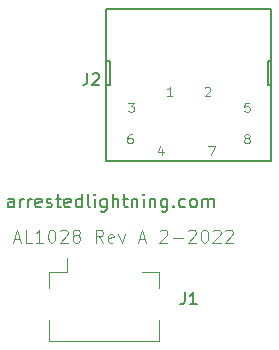
<source format=gto>
%TF.GenerationSoftware,KiCad,Pcbnew,5.1.12-84ad8e8a86~92~ubuntu20.04.1*%
%TF.CreationDate,2022-03-01T23:05:29-06:00*%
%TF.ProjectId,portboard_dt,706f7274-626f-4617-9264-5f64742e6b69,rev?*%
%TF.SameCoordinates,Original*%
%TF.FileFunction,Legend,Top*%
%TF.FilePolarity,Positive*%
%FSLAX46Y46*%
G04 Gerber Fmt 4.6, Leading zero omitted, Abs format (unit mm)*
G04 Created by KiCad (PCBNEW 5.1.12-84ad8e8a86~92~ubuntu20.04.1) date 2022-03-01 23:05:29*
%MOMM*%
%LPD*%
G01*
G04 APERTURE LIST*
%ADD10C,0.150000*%
%ADD11C,0.125000*%
%ADD12C,0.127000*%
%ADD13C,0.120000*%
%ADD14C,0.065024*%
G04 APERTURE END LIST*
D10*
X136676190Y-84697619D02*
X136676190Y-84121428D01*
X136623809Y-84016666D01*
X136519047Y-83964285D01*
X136309523Y-83964285D01*
X136204761Y-84016666D01*
X136676190Y-84645238D02*
X136571428Y-84697619D01*
X136309523Y-84697619D01*
X136204761Y-84645238D01*
X136152380Y-84540476D01*
X136152380Y-84435714D01*
X136204761Y-84330952D01*
X136309523Y-84278571D01*
X136571428Y-84278571D01*
X136676190Y-84226190D01*
X137200000Y-84697619D02*
X137200000Y-83964285D01*
X137200000Y-84173809D02*
X137252380Y-84069047D01*
X137304761Y-84016666D01*
X137409523Y-83964285D01*
X137514285Y-83964285D01*
X137880952Y-84697619D02*
X137880952Y-83964285D01*
X137880952Y-84173809D02*
X137933333Y-84069047D01*
X137985714Y-84016666D01*
X138090476Y-83964285D01*
X138195238Y-83964285D01*
X138980952Y-84645238D02*
X138876190Y-84697619D01*
X138666666Y-84697619D01*
X138561904Y-84645238D01*
X138509523Y-84540476D01*
X138509523Y-84121428D01*
X138561904Y-84016666D01*
X138666666Y-83964285D01*
X138876190Y-83964285D01*
X138980952Y-84016666D01*
X139033333Y-84121428D01*
X139033333Y-84226190D01*
X138509523Y-84330952D01*
X139452380Y-84645238D02*
X139557142Y-84697619D01*
X139766666Y-84697619D01*
X139871428Y-84645238D01*
X139923809Y-84540476D01*
X139923809Y-84488095D01*
X139871428Y-84383333D01*
X139766666Y-84330952D01*
X139609523Y-84330952D01*
X139504761Y-84278571D01*
X139452380Y-84173809D01*
X139452380Y-84121428D01*
X139504761Y-84016666D01*
X139609523Y-83964285D01*
X139766666Y-83964285D01*
X139871428Y-84016666D01*
X140238095Y-83964285D02*
X140657142Y-83964285D01*
X140395238Y-83597619D02*
X140395238Y-84540476D01*
X140447619Y-84645238D01*
X140552380Y-84697619D01*
X140657142Y-84697619D01*
X141442857Y-84645238D02*
X141338095Y-84697619D01*
X141128571Y-84697619D01*
X141023809Y-84645238D01*
X140971428Y-84540476D01*
X140971428Y-84121428D01*
X141023809Y-84016666D01*
X141128571Y-83964285D01*
X141338095Y-83964285D01*
X141442857Y-84016666D01*
X141495238Y-84121428D01*
X141495238Y-84226190D01*
X140971428Y-84330952D01*
X142438095Y-84697619D02*
X142438095Y-83597619D01*
X142438095Y-84645238D02*
X142333333Y-84697619D01*
X142123809Y-84697619D01*
X142019047Y-84645238D01*
X141966666Y-84592857D01*
X141914285Y-84488095D01*
X141914285Y-84173809D01*
X141966666Y-84069047D01*
X142019047Y-84016666D01*
X142123809Y-83964285D01*
X142333333Y-83964285D01*
X142438095Y-84016666D01*
X143119047Y-84697619D02*
X143014285Y-84645238D01*
X142961904Y-84540476D01*
X142961904Y-83597619D01*
X143538095Y-84697619D02*
X143538095Y-83964285D01*
X143538095Y-83597619D02*
X143485714Y-83650000D01*
X143538095Y-83702380D01*
X143590476Y-83650000D01*
X143538095Y-83597619D01*
X143538095Y-83702380D01*
X144533333Y-83964285D02*
X144533333Y-84854761D01*
X144480952Y-84959523D01*
X144428571Y-85011904D01*
X144323809Y-85064285D01*
X144166666Y-85064285D01*
X144061904Y-85011904D01*
X144533333Y-84645238D02*
X144428571Y-84697619D01*
X144219047Y-84697619D01*
X144114285Y-84645238D01*
X144061904Y-84592857D01*
X144009523Y-84488095D01*
X144009523Y-84173809D01*
X144061904Y-84069047D01*
X144114285Y-84016666D01*
X144219047Y-83964285D01*
X144428571Y-83964285D01*
X144533333Y-84016666D01*
X145057142Y-84697619D02*
X145057142Y-83597619D01*
X145528571Y-84697619D02*
X145528571Y-84121428D01*
X145476190Y-84016666D01*
X145371428Y-83964285D01*
X145214285Y-83964285D01*
X145109523Y-84016666D01*
X145057142Y-84069047D01*
X145895238Y-83964285D02*
X146314285Y-83964285D01*
X146052380Y-83597619D02*
X146052380Y-84540476D01*
X146104761Y-84645238D01*
X146209523Y-84697619D01*
X146314285Y-84697619D01*
X146680952Y-83964285D02*
X146680952Y-84697619D01*
X146680952Y-84069047D02*
X146733333Y-84016666D01*
X146838095Y-83964285D01*
X146995238Y-83964285D01*
X147100000Y-84016666D01*
X147152380Y-84121428D01*
X147152380Y-84697619D01*
X147676190Y-84697619D02*
X147676190Y-83964285D01*
X147676190Y-83597619D02*
X147623809Y-83650000D01*
X147676190Y-83702380D01*
X147728571Y-83650000D01*
X147676190Y-83597619D01*
X147676190Y-83702380D01*
X148200000Y-83964285D02*
X148200000Y-84697619D01*
X148200000Y-84069047D02*
X148252380Y-84016666D01*
X148357142Y-83964285D01*
X148514285Y-83964285D01*
X148619047Y-84016666D01*
X148671428Y-84121428D01*
X148671428Y-84697619D01*
X149666666Y-83964285D02*
X149666666Y-84854761D01*
X149614285Y-84959523D01*
X149561904Y-85011904D01*
X149457142Y-85064285D01*
X149300000Y-85064285D01*
X149195238Y-85011904D01*
X149666666Y-84645238D02*
X149561904Y-84697619D01*
X149352380Y-84697619D01*
X149247619Y-84645238D01*
X149195238Y-84592857D01*
X149142857Y-84488095D01*
X149142857Y-84173809D01*
X149195238Y-84069047D01*
X149247619Y-84016666D01*
X149352380Y-83964285D01*
X149561904Y-83964285D01*
X149666666Y-84016666D01*
X150190476Y-84592857D02*
X150242857Y-84645238D01*
X150190476Y-84697619D01*
X150138095Y-84645238D01*
X150190476Y-84592857D01*
X150190476Y-84697619D01*
X151185714Y-84645238D02*
X151080952Y-84697619D01*
X150871428Y-84697619D01*
X150766666Y-84645238D01*
X150714285Y-84592857D01*
X150661904Y-84488095D01*
X150661904Y-84173809D01*
X150714285Y-84069047D01*
X150766666Y-84016666D01*
X150871428Y-83964285D01*
X151080952Y-83964285D01*
X151185714Y-84016666D01*
X151814285Y-84697619D02*
X151709523Y-84645238D01*
X151657142Y-84592857D01*
X151604761Y-84488095D01*
X151604761Y-84173809D01*
X151657142Y-84069047D01*
X151709523Y-84016666D01*
X151814285Y-83964285D01*
X151971428Y-83964285D01*
X152076190Y-84016666D01*
X152128571Y-84069047D01*
X152180952Y-84173809D01*
X152180952Y-84488095D01*
X152128571Y-84592857D01*
X152076190Y-84645238D01*
X151971428Y-84697619D01*
X151814285Y-84697619D01*
X152652380Y-84697619D02*
X152652380Y-83964285D01*
X152652380Y-84069047D02*
X152704761Y-84016666D01*
X152809523Y-83964285D01*
X152966666Y-83964285D01*
X153071428Y-84016666D01*
X153123809Y-84121428D01*
X153123809Y-84697619D01*
X153123809Y-84121428D02*
X153176190Y-84016666D01*
X153280952Y-83964285D01*
X153438095Y-83964285D01*
X153542857Y-84016666D01*
X153595238Y-84121428D01*
X153595238Y-84697619D01*
D11*
X136690773Y-87383333D02*
X137214583Y-87383333D01*
X136586011Y-87697619D02*
X136952678Y-86597619D01*
X137319345Y-87697619D01*
X138209821Y-87697619D02*
X137686011Y-87697619D01*
X137686011Y-86597619D01*
X139152678Y-87697619D02*
X138524107Y-87697619D01*
X138838392Y-87697619D02*
X138838392Y-86597619D01*
X138733630Y-86754761D01*
X138628869Y-86859523D01*
X138524107Y-86911904D01*
X139833630Y-86597619D02*
X139938392Y-86597619D01*
X140043154Y-86650000D01*
X140095535Y-86702380D01*
X140147916Y-86807142D01*
X140200297Y-87016666D01*
X140200297Y-87278571D01*
X140147916Y-87488095D01*
X140095535Y-87592857D01*
X140043154Y-87645238D01*
X139938392Y-87697619D01*
X139833630Y-87697619D01*
X139728869Y-87645238D01*
X139676488Y-87592857D01*
X139624107Y-87488095D01*
X139571726Y-87278571D01*
X139571726Y-87016666D01*
X139624107Y-86807142D01*
X139676488Y-86702380D01*
X139728869Y-86650000D01*
X139833630Y-86597619D01*
X140619345Y-86702380D02*
X140671726Y-86650000D01*
X140776488Y-86597619D01*
X141038392Y-86597619D01*
X141143154Y-86650000D01*
X141195535Y-86702380D01*
X141247916Y-86807142D01*
X141247916Y-86911904D01*
X141195535Y-87069047D01*
X140566964Y-87697619D01*
X141247916Y-87697619D01*
X141876488Y-87069047D02*
X141771726Y-87016666D01*
X141719345Y-86964285D01*
X141666964Y-86859523D01*
X141666964Y-86807142D01*
X141719345Y-86702380D01*
X141771726Y-86650000D01*
X141876488Y-86597619D01*
X142086011Y-86597619D01*
X142190773Y-86650000D01*
X142243154Y-86702380D01*
X142295535Y-86807142D01*
X142295535Y-86859523D01*
X142243154Y-86964285D01*
X142190773Y-87016666D01*
X142086011Y-87069047D01*
X141876488Y-87069047D01*
X141771726Y-87121428D01*
X141719345Y-87173809D01*
X141666964Y-87278571D01*
X141666964Y-87488095D01*
X141719345Y-87592857D01*
X141771726Y-87645238D01*
X141876488Y-87697619D01*
X142086011Y-87697619D01*
X142190773Y-87645238D01*
X142243154Y-87592857D01*
X142295535Y-87488095D01*
X142295535Y-87278571D01*
X142243154Y-87173809D01*
X142190773Y-87121428D01*
X142086011Y-87069047D01*
X144233630Y-87697619D02*
X143866964Y-87173809D01*
X143605059Y-87697619D02*
X143605059Y-86597619D01*
X144024107Y-86597619D01*
X144128869Y-86650000D01*
X144181250Y-86702380D01*
X144233630Y-86807142D01*
X144233630Y-86964285D01*
X144181250Y-87069047D01*
X144128869Y-87121428D01*
X144024107Y-87173809D01*
X143605059Y-87173809D01*
X145124107Y-87645238D02*
X145019345Y-87697619D01*
X144809821Y-87697619D01*
X144705059Y-87645238D01*
X144652678Y-87540476D01*
X144652678Y-87121428D01*
X144705059Y-87016666D01*
X144809821Y-86964285D01*
X145019345Y-86964285D01*
X145124107Y-87016666D01*
X145176488Y-87121428D01*
X145176488Y-87226190D01*
X144652678Y-87330952D01*
X145543154Y-86964285D02*
X145805059Y-87697619D01*
X146066964Y-86964285D01*
X147271726Y-87383333D02*
X147795535Y-87383333D01*
X147166964Y-87697619D02*
X147533630Y-86597619D01*
X147900297Y-87697619D01*
X149052678Y-86702380D02*
X149105059Y-86650000D01*
X149209821Y-86597619D01*
X149471726Y-86597619D01*
X149576488Y-86650000D01*
X149628869Y-86702380D01*
X149681250Y-86807142D01*
X149681250Y-86911904D01*
X149628869Y-87069047D01*
X149000297Y-87697619D01*
X149681250Y-87697619D01*
X150152678Y-87278571D02*
X150990773Y-87278571D01*
X151462202Y-86702380D02*
X151514583Y-86650000D01*
X151619345Y-86597619D01*
X151881250Y-86597619D01*
X151986011Y-86650000D01*
X152038392Y-86702380D01*
X152090773Y-86807142D01*
X152090773Y-86911904D01*
X152038392Y-87069047D01*
X151409821Y-87697619D01*
X152090773Y-87697619D01*
X152771726Y-86597619D02*
X152876488Y-86597619D01*
X152981250Y-86650000D01*
X153033630Y-86702380D01*
X153086011Y-86807142D01*
X153138392Y-87016666D01*
X153138392Y-87278571D01*
X153086011Y-87488095D01*
X153033630Y-87592857D01*
X152981250Y-87645238D01*
X152876488Y-87697619D01*
X152771726Y-87697619D01*
X152666964Y-87645238D01*
X152614583Y-87592857D01*
X152562202Y-87488095D01*
X152509821Y-87278571D01*
X152509821Y-87016666D01*
X152562202Y-86807142D01*
X152614583Y-86702380D01*
X152666964Y-86650000D01*
X152771726Y-86597619D01*
X153557440Y-86702380D02*
X153609821Y-86650000D01*
X153714583Y-86597619D01*
X153976488Y-86597619D01*
X154081250Y-86650000D01*
X154133630Y-86702380D01*
X154186011Y-86807142D01*
X154186011Y-86911904D01*
X154133630Y-87069047D01*
X153505059Y-87697619D01*
X154186011Y-87697619D01*
X154605059Y-86702380D02*
X154657440Y-86650000D01*
X154762202Y-86597619D01*
X155024107Y-86597619D01*
X155128869Y-86650000D01*
X155181250Y-86702380D01*
X155233630Y-86807142D01*
X155233630Y-86911904D01*
X155181250Y-87069047D01*
X154552678Y-87697619D01*
X155233630Y-87697619D01*
D12*
%TO.C,J2*%
X144800028Y-74349909D02*
X144550028Y-74349909D01*
X144800028Y-72349909D02*
X144800028Y-74349909D01*
X144500028Y-72349909D02*
X144800028Y-72349909D01*
X158200028Y-74349909D02*
X158500028Y-74349909D01*
X158200028Y-72349909D02*
X158200028Y-74349909D01*
X158500028Y-72349909D02*
X158200028Y-72349909D01*
X158500028Y-72349909D02*
X158500028Y-67899909D01*
X158500028Y-74349909D02*
X158500028Y-72349909D01*
X158500028Y-80799909D02*
X158500028Y-74349909D01*
X144500028Y-80799909D02*
X158500028Y-80799909D01*
X144500028Y-72349909D02*
X144500028Y-80799909D01*
X144500028Y-67899909D02*
X144500028Y-72349909D01*
X158500028Y-67899909D02*
X144500028Y-67899909D01*
D13*
%TO.C,J1*%
X141177400Y-90222400D02*
X141177400Y-89022400D01*
X148987400Y-96022400D02*
X148987400Y-94282400D01*
X139687400Y-96022400D02*
X148987400Y-96022400D01*
X139687400Y-94282400D02*
X139687400Y-96022400D01*
X148987400Y-90222400D02*
X148987400Y-91562400D01*
X147497400Y-90222400D02*
X148987400Y-90222400D01*
X139687400Y-90222400D02*
X139687400Y-91562400D01*
X141177400Y-90222400D02*
X139687400Y-90222400D01*
%TO.C,J2*%
D10*
X142921309Y-73352380D02*
X142921309Y-74066666D01*
X142873690Y-74209523D01*
X142778452Y-74304761D01*
X142635595Y-74352380D01*
X142540357Y-74352380D01*
X143349880Y-73447619D02*
X143397500Y-73400000D01*
X143492738Y-73352380D01*
X143730833Y-73352380D01*
X143826071Y-73400000D01*
X143873690Y-73447619D01*
X143921309Y-73542857D01*
X143921309Y-73638095D01*
X143873690Y-73780952D01*
X143302261Y-74352380D01*
X143921309Y-74352380D01*
D14*
X149265145Y-79779366D02*
X149265145Y-80294139D01*
X149081297Y-79485209D02*
X148897450Y-80036752D01*
X149375453Y-80036752D01*
X149265145Y-79779366D02*
X149265145Y-80294139D01*
X149081297Y-79485209D02*
X148897450Y-80036752D01*
X149375453Y-80036752D01*
X153166680Y-79521979D02*
X153681453Y-79521979D01*
X153350528Y-80294139D01*
X153166680Y-79521979D02*
X153681453Y-79521979D01*
X153350528Y-80294139D01*
X152869450Y-74564518D02*
X152906219Y-74527749D01*
X152979758Y-74490979D01*
X153163606Y-74490979D01*
X153237145Y-74527749D01*
X153273914Y-74564518D01*
X153310684Y-74638057D01*
X153310684Y-74711596D01*
X153273914Y-74821905D01*
X152832680Y-75263139D01*
X153310684Y-75263139D01*
X156607914Y-75854979D02*
X156240219Y-75854979D01*
X156203450Y-76222674D01*
X156240219Y-76185905D01*
X156313758Y-76149135D01*
X156497606Y-76149135D01*
X156571145Y-76185905D01*
X156607914Y-76222674D01*
X156644684Y-76296213D01*
X156644684Y-76480061D01*
X156607914Y-76553600D01*
X156571145Y-76590369D01*
X156497606Y-76627139D01*
X156313758Y-76627139D01*
X156240219Y-76590369D01*
X156203450Y-76553600D01*
X146665145Y-78521979D02*
X146518067Y-78521979D01*
X146444528Y-78558749D01*
X146407758Y-78595518D01*
X146334219Y-78705827D01*
X146297450Y-78852905D01*
X146297450Y-79147061D01*
X146334219Y-79220600D01*
X146370989Y-79257369D01*
X146444528Y-79294139D01*
X146591606Y-79294139D01*
X146665145Y-79257369D01*
X146701914Y-79220600D01*
X146738684Y-79147061D01*
X146738684Y-78963213D01*
X146701914Y-78889674D01*
X146665145Y-78852905D01*
X146591606Y-78816135D01*
X146444528Y-78816135D01*
X146370989Y-78852905D01*
X146334219Y-78889674D01*
X146297450Y-78963213D01*
X150110684Y-75263139D02*
X149669450Y-75263139D01*
X149890067Y-75263139D02*
X149890067Y-74490979D01*
X149816528Y-74601288D01*
X149742989Y-74674827D01*
X149669450Y-74711596D01*
X146387680Y-75854979D02*
X146865684Y-75854979D01*
X146608297Y-76149135D01*
X146718606Y-76149135D01*
X146792145Y-76185905D01*
X146828914Y-76222674D01*
X146865684Y-76296213D01*
X146865684Y-76480061D01*
X146828914Y-76553600D01*
X146792145Y-76590369D01*
X146718606Y-76627139D01*
X146497989Y-76627139D01*
X146424450Y-76590369D01*
X146387680Y-76553600D01*
X156350528Y-78852905D02*
X156276989Y-78816135D01*
X156240219Y-78779366D01*
X156203450Y-78705827D01*
X156203450Y-78669057D01*
X156240219Y-78595518D01*
X156276989Y-78558749D01*
X156350528Y-78521979D01*
X156497606Y-78521979D01*
X156571145Y-78558749D01*
X156607914Y-78595518D01*
X156644684Y-78669057D01*
X156644684Y-78705827D01*
X156607914Y-78779366D01*
X156571145Y-78816135D01*
X156497606Y-78852905D01*
X156350528Y-78852905D01*
X156276989Y-78889674D01*
X156240219Y-78926444D01*
X156203450Y-78999983D01*
X156203450Y-79147061D01*
X156240219Y-79220600D01*
X156276989Y-79257369D01*
X156350528Y-79294139D01*
X156497606Y-79294139D01*
X156571145Y-79257369D01*
X156607914Y-79220600D01*
X156644684Y-79147061D01*
X156644684Y-78999983D01*
X156607914Y-78926444D01*
X156571145Y-78889674D01*
X156497606Y-78852905D01*
X156350528Y-78852905D02*
X156276989Y-78816135D01*
X156240219Y-78779366D01*
X156203450Y-78705827D01*
X156203450Y-78669057D01*
X156240219Y-78595518D01*
X156276989Y-78558749D01*
X156350528Y-78521979D01*
X156497606Y-78521979D01*
X156571145Y-78558749D01*
X156607914Y-78595518D01*
X156644684Y-78669057D01*
X156644684Y-78705827D01*
X156607914Y-78779366D01*
X156571145Y-78816135D01*
X156497606Y-78852905D01*
X156350528Y-78852905D01*
X156276989Y-78889674D01*
X156240219Y-78926444D01*
X156203450Y-78999983D01*
X156203450Y-79147061D01*
X156240219Y-79220600D01*
X156276989Y-79257369D01*
X156350528Y-79294139D01*
X156497606Y-79294139D01*
X156571145Y-79257369D01*
X156607914Y-79220600D01*
X156644684Y-79147061D01*
X156644684Y-78999983D01*
X156607914Y-78926444D01*
X156571145Y-78889674D01*
X156497606Y-78852905D01*
X146665145Y-78521979D02*
X146518067Y-78521979D01*
X146444528Y-78558749D01*
X146407758Y-78595518D01*
X146334219Y-78705827D01*
X146297450Y-78852905D01*
X146297450Y-79147061D01*
X146334219Y-79220600D01*
X146370989Y-79257369D01*
X146444528Y-79294139D01*
X146591606Y-79294139D01*
X146665145Y-79257369D01*
X146701914Y-79220600D01*
X146738684Y-79147061D01*
X146738684Y-78963213D01*
X146701914Y-78889674D01*
X146665145Y-78852905D01*
X146591606Y-78816135D01*
X146444528Y-78816135D01*
X146370989Y-78852905D01*
X146334219Y-78889674D01*
X146297450Y-78963213D01*
X156607914Y-75854979D02*
X156240219Y-75854979D01*
X156203450Y-76222674D01*
X156240219Y-76185905D01*
X156313758Y-76149135D01*
X156497606Y-76149135D01*
X156571145Y-76185905D01*
X156607914Y-76222674D01*
X156644684Y-76296213D01*
X156644684Y-76480061D01*
X156607914Y-76553600D01*
X156571145Y-76590369D01*
X156497606Y-76627139D01*
X156313758Y-76627139D01*
X156240219Y-76590369D01*
X156203450Y-76553600D01*
X146387680Y-75854979D02*
X146865684Y-75854979D01*
X146608297Y-76149135D01*
X146718606Y-76149135D01*
X146792145Y-76185905D01*
X146828914Y-76222674D01*
X146865684Y-76296213D01*
X146865684Y-76480061D01*
X146828914Y-76553600D01*
X146792145Y-76590369D01*
X146718606Y-76627139D01*
X146497989Y-76627139D01*
X146424450Y-76590369D01*
X146387680Y-76553600D01*
X152869450Y-74564518D02*
X152906219Y-74527749D01*
X152979758Y-74490979D01*
X153163606Y-74490979D01*
X153237145Y-74527749D01*
X153273914Y-74564518D01*
X153310684Y-74638057D01*
X153310684Y-74711596D01*
X153273914Y-74821905D01*
X152832680Y-75263139D01*
X153310684Y-75263139D01*
X150110684Y-75263139D02*
X149669450Y-75263139D01*
X149890067Y-75263139D02*
X149890067Y-74490979D01*
X149816528Y-74601288D01*
X149742989Y-74674827D01*
X149669450Y-74711596D01*
%TO.C,J1*%
D10*
X151166866Y-91914580D02*
X151166866Y-92628866D01*
X151119247Y-92771723D01*
X151024009Y-92866961D01*
X150881152Y-92914580D01*
X150785914Y-92914580D01*
X152166866Y-92914580D02*
X151595438Y-92914580D01*
X151881152Y-92914580D02*
X151881152Y-91914580D01*
X151785914Y-92057438D01*
X151690676Y-92152676D01*
X151595438Y-92200295D01*
%TD*%
M02*

</source>
